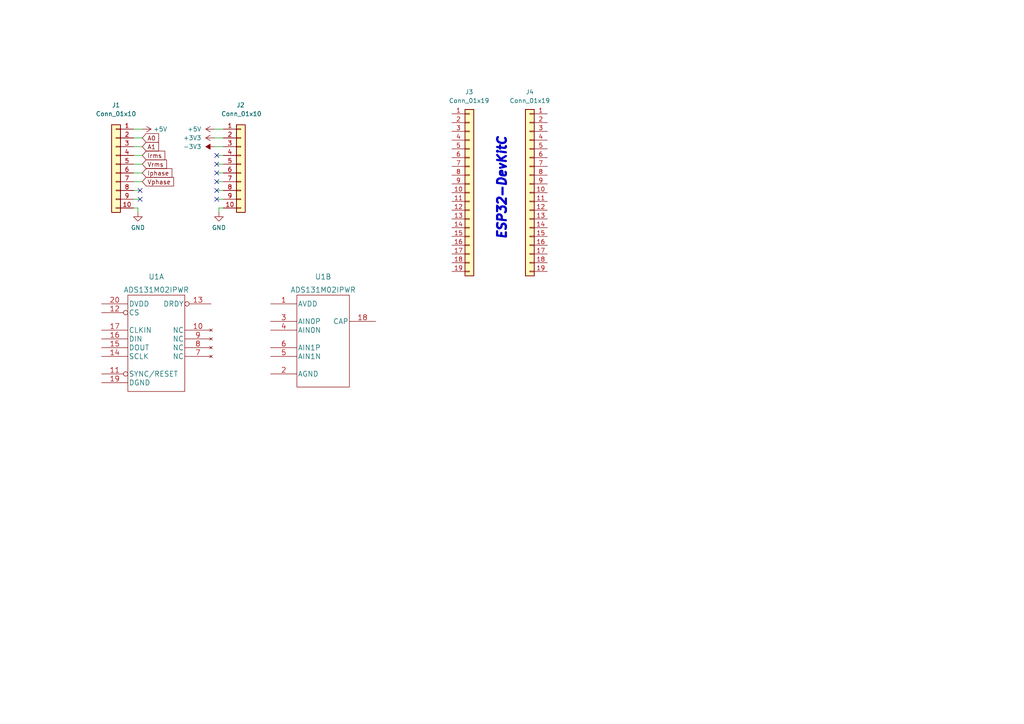
<source format=kicad_sch>
(kicad_sch (version 20211123) (generator eeschema)
  (paper "A4")
  (lib_symbols
    (symbol "ADS131M02:ADS131M02IPWR" (pin_names (offset 0.254))
      (property "Reference" "U" (at 31.75 10.16 0))
      (property "Value" "ADS131M02IPWR" (at 31.75 7.62 0))
      (symbol "ADS131M02IPWR_1_1"
        (rectangle (start 22.86 3.81) (end 39.37 -24.13))
        (pin no_connect line (at 46.99 -6.35 180) (length 7.62) (name "NC") (number "10"))
        (pin input inverted (at 15.24 -19.05 0) (length 7.62) (name "SYNC/RESET") (number "11"))
        (pin input inverted (at 15.24 -1.27 0) (length 7.62) (name "CS") (number "12"))
        (pin output inverted (at 46.99 1.27 180) (length 7.62) (name "DRDY") (number "13"))
        (pin input line (at 15.24 -13.97 0) (length 7.62) (name "SCLK") (number "14"))
        (pin output line (at 15.24 -11.43 0) (length 7.62) (name "DOUT") (number "15"))
        (pin input line (at 15.24 -8.89 0) (length 7.62) (name "DIN") (number "16"))
        (pin input line (at 15.24 -6.35 0) (length 7.62) (name "CLKIN") (number "17"))
        (pin power_in line (at 15.24 -21.59 0) (length 7.62) (name "DGND") (number "19"))
        (pin power_in line (at 15.24 1.27 0) (length 7.62) (name "DVDD") (number "20"))
        (pin no_connect line (at 46.99 -13.97 180) (length 7.62) (name "NC") (number "7"))
        (pin no_connect line (at 46.99 -11.43 180) (length 7.62) (name "NC") (number "8"))
        (pin no_connect line (at 46.99 -8.89 180) (length 7.62) (name "NC") (number "9"))
      )
      (symbol "ADS131M02IPWR_2_1"
        (rectangle (start 24.13 5.08) (end 39.37 -21.59))
        (pin power_in line (at 16.51 2.54 0) (length 7.62) (name "AVDD") (number "1"))
        (pin power_out line (at 46.99 -2.54 180) (length 7.62) (name "CAP") (number "18"))
        (pin power_in line (at 16.51 -17.78 0) (length 7.62) (name "AGND") (number "2"))
        (pin input line (at 16.51 -2.54 0) (length 7.62) (name "AIN0P") (number "3"))
        (pin input line (at 16.51 -5.08 0) (length 7.62) (name "AIN0N") (number "4"))
        (pin input line (at 16.51 -12.7 0) (length 7.62) (name "AIN1N") (number "5"))
        (pin input line (at 16.51 -10.16 0) (length 7.62) (name "AIN1P") (number "6"))
      )
    )
    (symbol "ADS131M02IPWR_1" (pin_names (offset 0.254))
      (property "Reference" "U" (at 31.75 10.16 0))
      (property "Value" "ADS131M02IPWR_1" (at 31.75 7.62 0))
      (symbol "ADS131M02IPWR_1_1_1"
        (rectangle (start 22.86 3.81) (end 39.37 -24.13))
        (pin no_connect line (at 46.99 -6.35 180) (length 7.62) (name "NC") (number "10"))
        (pin input inverted (at 15.24 -19.05 0) (length 7.62) (name "SYNC/RESET") (number "11"))
        (pin input inverted (at 15.24 -1.27 0) (length 7.62) (name "CS") (number "12"))
        (pin output inverted (at 46.99 1.27 180) (length 7.62) (name "DRDY") (number "13"))
        (pin input line (at 15.24 -13.97 0) (length 7.62) (name "SCLK") (number "14"))
        (pin output line (at 15.24 -11.43 0) (length 7.62) (name "DOUT") (number "15"))
        (pin input line (at 15.24 -8.89 0) (length 7.62) (name "DIN") (number "16"))
        (pin input line (at 15.24 -6.35 0) (length 7.62) (name "CLKIN") (number "17"))
        (pin power_in line (at 15.24 -21.59 0) (length 7.62) (name "DGND") (number "19"))
        (pin power_in line (at 15.24 1.27 0) (length 7.62) (name "DVDD") (number "20"))
        (pin no_connect line (at 46.99 -13.97 180) (length 7.62) (name "NC") (number "7"))
        (pin no_connect line (at 46.99 -11.43 180) (length 7.62) (name "NC") (number "8"))
        (pin no_connect line (at 46.99 -8.89 180) (length 7.62) (name "NC") (number "9"))
      )
      (symbol "ADS131M02IPWR_1_2_1"
        (rectangle (start 24.13 5.08) (end 39.37 -21.59))
        (pin power_in line (at 16.51 2.54 0) (length 7.62) (name "AVDD") (number "1"))
        (pin power_out line (at 46.99 -2.54 180) (length 7.62) (name "CAP") (number "18"))
        (pin power_in line (at 16.51 -17.78 0) (length 7.62) (name "AGND") (number "2"))
        (pin input line (at 16.51 -2.54 0) (length 7.62) (name "AIN0P") (number "3"))
        (pin input line (at 16.51 -5.08 0) (length 7.62) (name "AIN0N") (number "4"))
        (pin input line (at 16.51 -12.7 0) (length 7.62) (name "AIN1N") (number "5"))
        (pin input line (at 16.51 -10.16 0) (length 7.62) (name "AIN1P") (number "6"))
      )
    )
    (symbol "Connector_Generic:Conn_01x10" (pin_names (offset 1.016) hide)
      (property "Reference" "J" (at 0 12.7 0))
      (property "Value" "Conn_01x10" (at 0 -15.24 0))
      (symbol "Conn_01x10_1_1"
        (rectangle (start -1.27 -12.573) (end 0 -12.827) (stroke (width 0.1524)))
        (rectangle (start -1.27 -10.033) (end 0 -10.287) (stroke (width 0.1524)))
        (rectangle (start -1.27 -7.493) (end 0 -7.747) (stroke (width 0.1524)))
        (rectangle (start -1.27 -4.953) (end 0 -5.207) (stroke (width 0.1524)))
        (rectangle (start -1.27 -2.413) (end 0 -2.667) (stroke (width 0.1524)))
        (rectangle (start -1.27 0.127) (end 0 -0.127) (stroke (width 0.1524)))
        (rectangle (start -1.27 2.667) (end 0 2.413) (stroke (width 0.1524)))
        (rectangle (start -1.27 5.207) (end 0 4.953) (stroke (width 0.1524)))
        (rectangle (start -1.27 7.747) (end 0 7.493) (stroke (width 0.1524)))
        (rectangle (start -1.27 10.287) (end 0 10.033) (stroke (width 0.1524)))
        (rectangle (start -1.27 11.43) (end 1.27 -13.97) (stroke (width 0.254)) (fill (type background)))
        (pin passive line (at -5.08 10.16 0) (length 3.81) (name "Pin_1") (number "1"))
        (pin passive line (at -5.08 -12.7 0) (length 3.81) (name "Pin_10") (number "10"))
        (pin passive line (at -5.08 7.62 0) (length 3.81) (name "Pin_2") (number "2"))
        (pin passive line (at -5.08 5.08 0) (length 3.81) (name "Pin_3") (number "3"))
        (pin passive line (at -5.08 2.54 0) (length 3.81) (name "Pin_4") (number "4"))
        (pin passive line (at -5.08 0 0) (length 3.81) (name "Pin_5") (number "5"))
        (pin passive line (at -5.08 -2.54 0) (length 3.81) (name "Pin_6") (number "6"))
        (pin passive line (at -5.08 -5.08 0) (length 3.81) (name "Pin_7") (number "7"))
        (pin passive line (at -5.08 -7.62 0) (length 3.81) (name "Pin_8") (number "8"))
        (pin passive line (at -5.08 -10.16 0) (length 3.81) (name "Pin_9") (number "9"))
      )
    )
    (symbol "Connector_Generic:Conn_01x19" (pin_names (offset 1.016) hide)
      (property "Reference" "J" (at 0 25.4 0))
      (property "Value" "Conn_01x19" (at 0 -25.4 0))
      (symbol "Conn_01x19_1_1"
        (rectangle (start -1.27 -22.733) (end 0 -22.987) (stroke (width 0.1524)))
        (rectangle (start -1.27 -20.193) (end 0 -20.447) (stroke (width 0.1524)))
        (rectangle (start -1.27 -17.653) (end 0 -17.907) (stroke (width 0.1524)))
        (rectangle (start -1.27 -15.113) (end 0 -15.367) (stroke (width 0.1524)))
        (rectangle (start -1.27 -12.573) (end 0 -12.827) (stroke (width 0.1524)))
        (rectangle (start -1.27 -10.033) (end 0 -10.287) (stroke (width 0.1524)))
        (rectangle (start -1.27 -7.493) (end 0 -7.747) (stroke (width 0.1524)))
        (rectangle (start -1.27 -4.953) (end 0 -5.207) (stroke (width 0.1524)))
        (rectangle (start -1.27 -2.413) (end 0 -2.667) (stroke (width 0.1524)))
        (rectangle (start -1.27 0.127) (end 0 -0.127) (stroke (width 0.1524)))
        (rectangle (start -1.27 2.667) (end 0 2.413) (stroke (width 0.1524)))
        (rectangle (start -1.27 5.207) (end 0 4.953) (stroke (width 0.1524)))
        (rectangle (start -1.27 7.747) (end 0 7.493) (stroke (width 0.1524)))
        (rectangle (start -1.27 10.287) (end 0 10.033) (stroke (width 0.1524)))
        (rectangle (start -1.27 12.827) (end 0 12.573) (stroke (width 0.1524)))
        (rectangle (start -1.27 15.367) (end 0 15.113) (stroke (width 0.1524)))
        (rectangle (start -1.27 17.907) (end 0 17.653) (stroke (width 0.1524)))
        (rectangle (start -1.27 20.447) (end 0 20.193) (stroke (width 0.1524)))
        (rectangle (start -1.27 22.987) (end 0 22.733) (stroke (width 0.1524)))
        (rectangle (start -1.27 24.13) (end 1.27 -24.13) (stroke (width 0.254)) (fill (type background)))
        (pin passive line (at -5.08 22.86 0) (length 3.81) (name "Pin_1") (number "1"))
        (pin passive line (at -5.08 0 0) (length 3.81) (name "Pin_10") (number "10"))
        (pin passive line (at -5.08 -2.54 0) (length 3.81) (name "Pin_11") (number "11"))
        (pin passive line (at -5.08 -5.08 0) (length 3.81) (name "Pin_12") (number "12"))
        (pin passive line (at -5.08 -7.62 0) (length 3.81) (name "Pin_13") (number "13"))
        (pin passive line (at -5.08 -10.16 0) (length 3.81) (name "Pin_14") (number "14"))
        (pin passive line (at -5.08 -12.7 0) (length 3.81) (name "Pin_15") (number "15"))
        (pin passive line (at -5.08 -15.24 0) (length 3.81) (name "Pin_16") (number "16"))
        (pin passive line (at -5.08 -17.78 0) (length 3.81) (name "Pin_17") (number "17"))
        (pin passive line (at -5.08 -20.32 0) (length 3.81) (name "Pin_18") (number "18"))
        (pin passive line (at -5.08 -22.86 0) (length 3.81) (name "Pin_19") (number "19"))
        (pin passive line (at -5.08 20.32 0) (length 3.81) (name "Pin_2") (number "2"))
        (pin passive line (at -5.08 17.78 0) (length 3.81) (name "Pin_3") (number "3"))
        (pin passive line (at -5.08 15.24 0) (length 3.81) (name "Pin_4") (number "4"))
        (pin passive line (at -5.08 12.7 0) (length 3.81) (name "Pin_5") (number "5"))
        (pin passive line (at -5.08 10.16 0) (length 3.81) (name "Pin_6") (number "6"))
        (pin passive line (at -5.08 7.62 0) (length 3.81) (name "Pin_7") (number "7"))
        (pin passive line (at -5.08 5.08 0) (length 3.81) (name "Pin_8") (number "8"))
        (pin passive line (at -5.08 2.54 0) (length 3.81) (name "Pin_9") (number "9"))
      )
    )
    (symbol "power:+3V3" (power) (pin_names (offset 0))
      (property "Value" "+3V3" (at 0 3.556 0))
      (symbol "+3V3_0_1"
        (polyline (pts (xy -0.762 1.27) (xy 0 2.54)))
        (polyline (pts (xy 0 0) (xy 0 2.54)))
        (polyline (pts (xy 0 2.54) (xy 0.762 1.27)))
      )
      (symbol "+3V3_1_1"
        (pin power_in line (at 0 0 90) (length 0) hide (name "+3V3") (number "1"))
      )
    )
    (symbol "power:+5V" (power) (pin_names (offset 0))
      (property "Value" "+5V" (at 0 3.556 0))
      (symbol "+5V_0_1"
        (polyline (pts (xy -0.762 1.27) (xy 0 2.54)))
        (polyline (pts (xy 0 0) (xy 0 2.54)))
        (polyline (pts (xy 0 2.54) (xy 0.762 1.27)))
      )
      (symbol "+5V_1_1"
        (pin power_in line (at 0 0 90) (length 0) hide (name "+5V") (number "1"))
      )
    )
    (symbol "power:-3V3" (power) (pin_names (offset 0))
      (property "Value" "-3V3" (at 0 3.81 0))
      (symbol "-3V3_0_0"
        (pin power_in line (at 0 0 90) (length 0) hide (name "-3V3") (number "1"))
      )
      (symbol "-3V3_0_1"
        (polyline (pts (xy 0 0) (xy 0 1.27) (xy 0.762 1.27) (xy 0 2.54) (xy -0.762 1.27) (xy 0 1.27)) (fill (type outline)))
      )
    )
    (symbol "power:GND" (power) (pin_names (offset 0))
      (property "Value" "GND" (at 0 -3.81 0))
      (symbol "GND_0_1"
        (polyline (pts (xy 0 0) (xy 0 -1.27) (xy 1.27 -1.27) (xy 0 -2.54) (xy -1.27 -1.27) (xy 0 -1.27)))
      )
      (symbol "GND_1_1"
        (pin power_in line (at 0 0 270) (length 0) hide (name "GND") (number "1"))
      )
    )
  )
  (no_connect (at 62.865 57.785))
  (no_connect (at 62.865 50.165))
  (no_connect (at 62.865 52.705))
  (no_connect (at 62.865 55.245))
  (no_connect (at 62.865 45.085))
  (no_connect (at 62.865 47.625))
  (no_connect (at 40.64 55.245))
  (no_connect (at 40.64 57.785))
  (wire (pts (xy 40.005 60.325) (xy 40.005 61.595)))
  (wire (pts (xy 62.865 55.245) (xy 64.77 55.245)))
  (wire (pts (xy 62.865 50.165) (xy 64.77 50.165)))
  (wire (pts (xy 62.865 52.705) (xy 64.77 52.705)))
  (wire (pts (xy 63.5 61.595) (xy 63.5 60.325)))
  (wire (pts (xy 62.23 40.005) (xy 64.77 40.005)))
  (wire (pts (xy 38.735 60.325) (xy 40.005 60.325)))
  (wire (pts (xy 38.735 42.545) (xy 41.275 42.545)))
  (wire (pts (xy 38.735 45.085) (xy 41.275 45.085)))
  (wire (pts (xy 38.735 47.625) (xy 41.275 47.625)))
  (wire (pts (xy 38.735 52.705) (xy 41.275 52.705)))
  (wire (pts (xy 38.735 57.785) (xy 40.64 57.785)))
  (wire (pts (xy 38.735 37.465) (xy 41.275 37.465)))
  (wire (pts (xy 62.865 57.785) (xy 64.77 57.785)))
  (wire (pts (xy 38.735 40.005) (xy 41.275 40.005)))
  (wire (pts (xy 62.865 47.625) (xy 64.77 47.625)))
  (wire (pts (xy 62.23 42.545) (xy 64.77 42.545)))
  (wire (pts (xy 38.735 50.165) (xy 41.275 50.165)))
  (wire (pts (xy 62.23 37.465) (xy 64.77 37.465)))
  (wire (pts (xy 63.5 60.325) (xy 64.77 60.325)))
  (wire (pts (xy 62.865 45.085) (xy 64.77 45.085)))
  (wire (pts (xy 38.735 55.245) (xy 40.64 55.245)))
  (text "ESP32-DevKitC" (at 147.066 69.85 90) (effects (font (size 2.54 2.54) (thickness 1.016) bold italic) (justify left bottom)))
  (global_label "Irms" (shape input) (at 41.275 45.085 0) (property "Intersheet References" "${INTERSHEET_REFS}" (effects hide)))
  (global_label "Vphase" (shape input) (at 41.275 52.705 0) (property "Intersheet References" "${INTERSHEET_REFS}" (effects hide)))
  (global_label "A1" (shape input) (at 41.275 42.545 0) (property "Intersheet References" "${INTERSHEET_REFS}" (effects hide)))
  (global_label "A0" (shape input) (at 41.275 40.005 0) (property "Intersheet References" "${INTERSHEET_REFS}" (effects hide)))
  (global_label "Iphase" (shape input) (at 41.275 50.165 0) (property "Intersheet References" "${INTERSHEET_REFS}" (effects hide)))
  (global_label "Vrms" (shape input) (at 41.275 47.625 0) (property "Intersheet References" "${INTERSHEET_REFS}" (effects hide)))
  (symbol (lib_id "power:GND") (at 63.5 61.595 0) (unit 1)
    (property "Reference" "#PWR0101" (effects hide))
    (property "Value" "GND" (at 63.5 66.04 0))
  )
  (symbol (lib_id "power:GND") (at 40.005 61.595 0) (unit 1)
    (property "Reference" "#PWR0102" (effects hide))
    (property "Value" "GND" (at 40.005 66.04 0))
  )
  (symbol (lib_id "power:+5V") (at 62.23 37.465 90) (unit 1)
    (property "Reference" "#PWR0105" (effects hide))
    (property "Value" "+5V" (at 58.42 37.4649 90) (effects (justify left)))
  )
  (symbol (lib_id "power:+3V3") (at 62.23 40.005 90) (unit 1)
    (property "Reference" "#PWR0104" (effects hide))
    (property "Value" "+3V3" (at 58.42 40.0049 90) (effects (justify left)))
  )
  (symbol (lib_id "Connector_Generic:Conn_01x10") (at 69.85 47.625 0) (unit 1)
    (property "Reference" "J2" (at 68.58 30.48 0) (effects (justify left)))
    (property "Value" "Conn_01x10" (at 64.135 33.02 0) (effects (justify left)))
    (property "Footprint" "Connector_PinSocket_2.54mm:PinSocket_1x10_P2.54mm_Vertical" (effects hide))
  )
  (symbol (lib_id "power:-3V3") (at 62.23 42.545 90) (unit 1)
    (property "Reference" "#PWR0106" (effects hide))
    (property "Value" "-3V3" (at 58.42 42.5449 90) (effects (justify left)))
  )
  (symbol (lib_id "Connector_Generic:Conn_01x10") (at 33.655 47.625 0) (mirror y) (unit 1)
    (property "Reference" "J1" (at 33.655 30.48 0))
    (property "Value" "Conn_01x10" (at 33.655 33.02 0))
    (property "Footprint" "Connector_PinSocket_2.54mm:PinSocket_1x10_P2.54mm_Vertical" (effects hide))
  )
  (symbol (lib_id "Connector_Generic:Conn_01x19") (at 153.67 55.88 0) (mirror y) (unit 1)
    (property "Reference" "J4" (at 153.67 26.67 0))
    (property "Value" "Conn_01x19" (at 153.67 29.21 0))
    (property "Footprint" "Connector_PinSocket_2.54mm:PinSocket_1x19_P2.54mm_Vertical" (effects hide))
  )
  (symbol (lib_id "power:+5V") (at 41.275 37.465 270) (unit 1)
    (property "Reference" "#PWR0103" (effects hide))
    (property "Value" "+5V" (at 44.45 37.4649 90) (effects (justify left)))
  )
  (symbol (lib_name "ADS131M02IPWR_1") (lib_id "ADS131M02:ADS131M02IPWR") (at 14.224 89.408 0) (unit 1)
    (property "Reference" "U1" (at 45.339 80.264 0) (effects (font (size 1.524 1.524))))
    (property "Value" "ADS131M02IPWR" (at 45.339 84.074 0) (effects (font (size 1.524 1.524))))
    (property "Footprint" "footprints:ADS131M02IPWR" (effects hide))
  )
  (symbol (lib_id "Connector_Generic:Conn_01x19") (at 136.144 55.88 0) (unit 1)
    (property "Reference" "J3" (at 134.874 26.67 0) (effects (justify left)))
    (property "Value" "Conn_01x19" (at 130.175 29.21 0) (effects (justify left)))
    (property "Footprint" "Connector_PinSocket_2.54mm:PinSocket_1x19_P2.54mm_Vertical" (effects hide))
  )
  (symbol (lib_id "ADS131M02:ADS131M02IPWR") (at 61.976 90.678 0) (unit 2)
    (property "Reference" "U1" (at 93.726 80.264 0) (effects (font (size 1.524 1.524))))
    (property "Value" "ADS131M02IPWR" (at 93.726 84.074 0) (effects (font (size 1.524 1.524))))
    (property "Footprint" "footprints:ADS131M02IPWR" (effects hide))
  )
)
</source>
